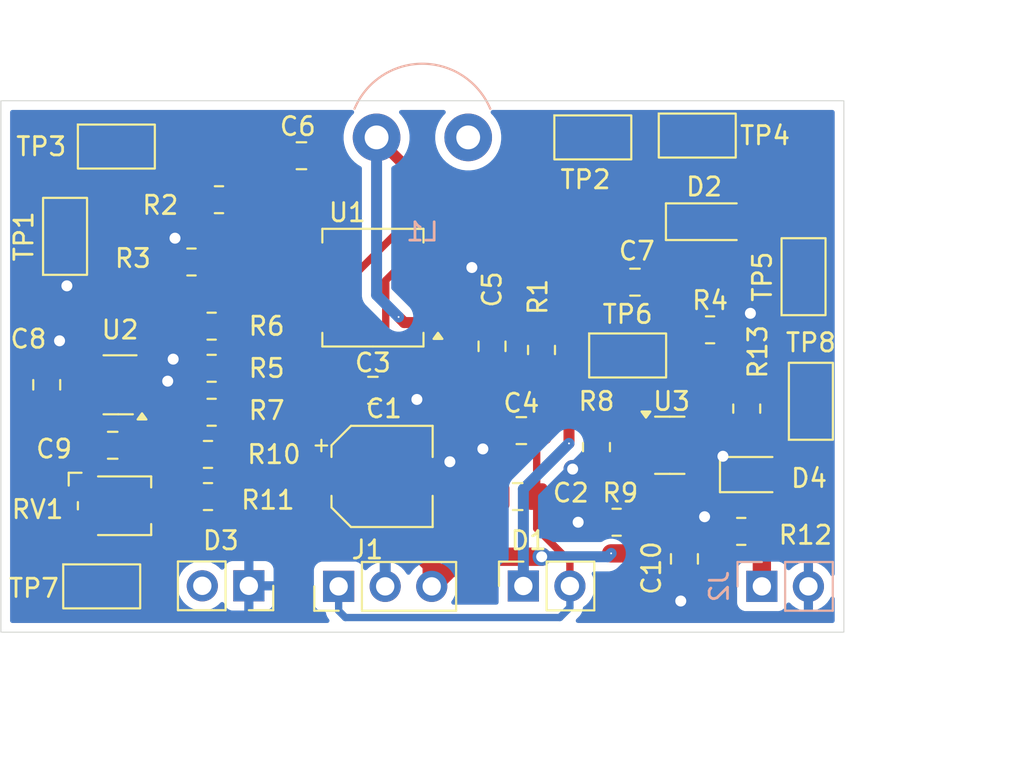
<source format=kicad_pcb>
(kicad_pcb (version 20241229) (generator "pcbnew") (generator_version "9.0")
  (layers (0 "F.Cu" signal) (2 "B.Cu" signal) (13 "F.Paste" user) (15 "B.Paste" user) (5 "F.SilkS" user "F.Silkscreen") (7 "B.SilkS" user "B.Silkscreen") (1 "F.Mask" user) (3 "B.Mask" user) (25 "Edge.Cuts" user))
  (net 0 "")
  (net 1 "VCC")
  (net 2 "GND")
  (net 3 "VEE")
  (net 4 "Net-(D1-K)")
  (net 5 "/V1u")
  (net 6 "Net-(C6-Pad1)")
  (net 7 "Net-(U2--)")
  (net 8 "Net-(D3-A)")
  (net 9 "/Vfr")
  (net 10 "Net-(U2-+)")
  (net 11 "Net-(R10-Pad2)")
  (net 12 "Net-(R10-Pad1)")
  (net 13 "/Vf")
  (net 14 "/Vref")
  (net 15 "/Va")
  (net 16 "Net-(D4-A)")
  (net 17 "Net-(U1B--)")
  (net 18 "Net-(D2-K)")
  (footprint "Connector_PinSocket_2.54mm:PinSocket_1x02_P2.54mm_Vertical" (layer "F.Cu") (at 63.53 76.47 -90)
    (property "Reference" "D3" (at -2.47 1.53 180) (layer "F.SilkS"))
    (property "Value" "DEL-5102")
    (fp_line (start -1.33 3.87) (end 1.33 3.87) (stroke (width 0.12)) (layer "F.SilkS"))
    (fp_line (start -1.33 1.27) (end -1.33 3.87) (stroke (width 0.12)) (layer "F.SilkS"))
    (fp_line (start -1.33 1.27) (end 1.33 1.27) (stroke (width 0.12)) (layer "F.SilkS"))
    (fp_line (start 1.33 1.27) (end 1.33 3.87) (stroke (width 0.12)) (layer "F.SilkS"))
    (fp_line (start 0 -1.33) (end 1.33 -1.33) (stroke (width 0.12)) (layer "F.SilkS"))
    (fp_line (start 1.33 -1.33) (end 1.33 0) (stroke (width 0.12)) (layer "F.SilkS"))
    (pad "1" thru_hole rect (at 0 0 270) (size 1.7 1.7) (drill 1) (layers "*.Cu" "*.Mask") (net 2 "GND"))
    (pad "2" thru_hole oval (at 0 2.54 270) (size 1.7 1.7) (drill 1) (layers "*.Cu" "*.Mask") (net 8 "Net-(D3-A)"))
  )
  (footprint "TestPoint:TestPoint_Keystone_5019_Miniature" (layer "F.Cu") (at 84.2 63.9)
    (property "Reference" "TP6" (at 0 -2.25 0) (layer "F.SilkS"))
    (property "Value" "Vref")
    (fp_rect (start -2.1 -1.2) (end 2.1 1.2) (stroke (width 0.12)) (fill no) (layer "F.SilkS"))
    (pad "1" smd roundrect (at 0 0) (size 3.8 2) (layers "F.Cu" "F.Mask" "F.Paste") (roundrect_rratio 0.125) (net 14 "/Vref"))
  )
  (footprint "Capacitor_SMD:C_0805_2012Metric_Pad1.18x1.45mm_HandSolder" (layer "F.Cu") (at 52.5 65.5 90)
    (property "Reference" "C8" (at 2.5 -1 180) (layer "F.SilkS"))
    (property "Value" "1n")
    (fp_line (start -0.261252 -0.735) (end 0.261252 -0.735) (stroke (width 0.12)) (layer "F.SilkS"))
    (fp_line (start -0.261252 0.735) (end 0.261252 0.735) (stroke (width 0.12)) (layer "F.SilkS"))
    (pad "1" smd roundrect (at -1.0375 0 90) (size 1.175 1.45) (layers "F.Cu" "F.Mask" "F.Paste") (roundrect_rratio 0.212766) (net 7 "Net-(U2--)"))
    (pad "2" smd roundrect (at 1.0375 0 90) (size 1.175 1.45) (layers "F.Cu" "F.Mask" "F.Paste") (roundrect_rratio 0.212766) (net 2 "GND"))
  )
  (footprint "Resistor_SMD:R_0805_2012Metric_Pad1.20x1.40mm_HandSolder" (layer "F.Cu") (at 60.4 58.8)
    (property "Reference" "R3" (at -3.2 -0.2 0) (layer "F.SilkS"))
    (property "Value" "10k")
    (fp_line (start -0.227064 -0.735) (end 0.227064 -0.735) (stroke (width 0.12)) (layer "F.SilkS"))
    (fp_line (start -0.227064 0.735) (end 0.227064 0.735) (stroke (width 0.12)) (layer "F.SilkS"))
    (pad "1" smd roundrect (at -1 0) (size 1.2 1.4) (layers "F.Cu" "F.Mask" "F.Paste") (roundrect_rratio 0.208333) (net 2 "GND"))
    (pad "2" smd roundrect (at 1 0) (size 1.2 1.4) (layers "F.Cu" "F.Mask" "F.Paste") (roundrect_rratio 0.208333) (net 17 "Net-(U1B--)"))
  )
  (footprint "Capacitor_SMD:C_0805_2012Metric_Pad1.18x1.45mm_HandSolder" (layer "F.Cu") (at 76.8 63.4 -90)
    (property "Reference" "C5" (at -3.1 0 90) (layer "F.SilkS"))
    (property "Value" "10p")
    (fp_line (start -0.261252 0.735) (end 0.261252 0.735) (stroke (width 0.12)) (layer "F.SilkS"))
    (fp_line (start -0.261252 -0.735) (end 0.261252 -0.735) (stroke (width 0.12)) (layer "F.SilkS"))
    (pad "1" smd roundrect (at -1.0375 0 270) (size 1.175 1.45) (layers "F.Cu" "F.Mask" "F.Paste") (roundrect_rratio 0.212766) (net 4 "Net-(D1-K)"))
    (pad "2" smd roundrect (at 1.0375 0 270) (size 1.175 1.45) (layers "F.Cu" "F.Mask" "F.Paste") (roundrect_rratio 0.212766) (net 5 "/V1u"))
  )
  (footprint "Package_SO:SOIC-8_5.3x6.2mm_P1.27mm" (layer "F.Cu") (at 70.3 60.2 180)
    (property "Reference" "U1" (at 1.4 4.1 0) (layer "F.SilkS"))
    (property "Value" "LM358SG-13")
    (fp_line (start 2.76 3.21) (end 2.76 2.465) (stroke (width 0.12)) (layer "F.SilkS"))
    (fp_line (start 2.76 -3.21) (end 2.76 -2.465) (stroke (width 0.12)) (layer "F.SilkS"))
    (fp_line (start 0 3.21) (end 2.76 3.21) (stroke (width 0.12)) (layer "F.SilkS"))
    (fp_line (start 0 3.21) (end -2.76 3.21) (stroke (width 0.12)) (layer "F.SilkS"))
    (fp_line (start 0 -3.21) (end 2.76 -3.21) (stroke (width 0.12)) (layer "F.SilkS"))
    (fp_line (start 0 -3.21) (end -2.76 -3.21) (stroke (width 0.12)) (layer "F.SilkS"))
    (fp_line (start -2.76 3.21) (end -2.76 2.465) (stroke (width 0.12)) (layer "F.SilkS"))
    (fp_line (start -2.76 -3.21) (end -2.76 -2.465) (stroke (width 0.12)) (layer "F.SilkS"))
    (fp_poly (pts (xy -3.55 -2.465) (xy -3.79 -2.795) (xy -3.31 -2.795) (xy -3.55 -2.465)) (stroke (width 0.12)) (fill yes) (layer "F.SilkS"))
    (pad "1" smd roundrect (at -3.5 -1.905 180) (size 1.9 0.6) (layers "F.Cu" "F.Mask" "F.Paste") (net 5 "/V1u"))
    (pad "2" smd roundrect (at -3.5 -0.635 180) (size 1.9 0.6) (layers "F.Cu" "F.Mask" "F.Paste") (net 4 "Net-(D1-K)"))
    (pad "3" smd roundrect (at -3.5 0.635 180) (size 1.9 0.6) (layers "F.Cu" "F.Mask" "F.Paste") (net 2 "GND"))
    (pad "4" smd roundrect (at -3.5 1.905 180) (size 1.9 0.6) (layers "F.Cu" "F.Mask" "F.Paste") (net 3 "VEE"))
    (pad "5" smd roundrect (at 3.5 1.905 180) (size 1.9 0.6) (layers "F.Cu" "F.Mask" "F.Paste") (net 13 "/Vf"))
    (pad "6" smd roundrect (at 3.5 0.635 180) (size 1.9 0.6) (layers "F.Cu" "F.Mask" "F.Paste") (net 17 "Net-(U1B--)"))
    (pad "7" smd roundrect (at 3.5 -0.635 180) (size 1.9 0.6) (layers "F.Cu" "F.Mask" "F.Paste") (net 15 "/Va"))
    (pad "8" smd roundrect (at 3.5 -1.905 180) (size 1.9 0.6) (layers "F.Cu" "F.Mask" "F.Paste") (net 1 "VCC"))
  )
  (footprint "Resistor_SMD:R_0805_2012Metric_Pad1.20x1.40mm_HandSolder" (layer "F.Cu") (at 61.5 62.3)
    (property "Reference" "R6" (at 3 0 0) (layer "F.SilkS"))
    (property "Value" "100k")
    (fp_line (start -0.227064 -0.735) (end 0.227064 -0.735) (stroke (width 0.12)) (layer "F.SilkS"))
    (fp_line (start -0.227064 0.735) (end 0.227064 0.735) (stroke (width 0.12)) (layer "F.SilkS"))
    (pad "1" smd roundrect (at -1 0) (size 1.2 1.4) (layers "F.Cu" "F.Mask" "F.Paste") (roundrect_rratio 0.208333) (net 10 "Net-(U2-+)"))
    (pad "2" smd roundrect (at 1 0) (size 1.2 1.4) (layers "F.Cu" "F.Mask" "F.Paste") (roundrect_rratio 0.208333) (net 1 "VCC"))
  )
  (footprint "Capacitor_SMD:C_0805_2012Metric_Pad1.18x1.45mm_HandSolder" (layer "F.Cu") (at 78.4 68)
    (property "Reference" "C4" (at 0 -1.5 0) (layer "F.SilkS"))
    (property "Value" "100n")
    (fp_line (start -0.261252 -0.735) (end 0.261252 -0.735) (stroke (width 0.12)) (layer "F.SilkS"))
    (fp_line (start -0.261252 0.735) (end 0.261252 0.735) (stroke (width 0.12)) (layer "F.SilkS"))
    (pad "1" smd roundrect (at -1.0375 0) (size 1.175 1.45) (layers "F.Cu" "F.Mask" "F.Paste") (roundrect_rratio 0.212766) (net 2 "GND"))
    (pad "2" smd roundrect (at 1.0375 0) (size 1.175 1.45) (layers "F.Cu" "F.Mask" "F.Paste") (roundrect_rratio 0.212766) (net 3 "VEE"))
  )
  (footprint "Capacitor_SMD:C_0805_2012Metric_Pad1.18x1.45mm_HandSolder" (layer "F.Cu") (at 70.3 65.8)
    (property "Reference" "C3" (at 0 -1.5 0) (layer "F.SilkS"))
    (property "Value" "100n")
    (fp_line (start -0.261252 -0.735) (end 0.261252 -0.735) (stroke (width 0.12)) (layer "F.SilkS"))
    (fp_line (start -0.261252 0.735) (end 0.261252 0.735) (stroke (width 0.12)) (layer "F.SilkS"))
    (pad "1" smd roundrect (at -1.0375 0) (size 1.175 1.45) (layers "F.Cu" "F.Mask" "F.Paste") (roundrect_rratio 0.212766) (net 1 "VCC"))
    (pad "2" smd roundrect (at 1.0375 0) (size 1.175 1.45) (layers "F.Cu" "F.Mask" "F.Paste") (roundrect_rratio 0.212766) (net 2 "GND"))
  )
  (footprint "Resistor_SMD:R_0805_2012Metric_Pad1.20x1.40mm_HandSolder" (layer "F.Cu") (at 83.6 73 180)
    (property "Reference" "R9" (at -0.2 1.6 180) (layer "F.SilkS"))
    (property "Value" "10k")
    (fp_line (start -0.227064 0.735) (end 0.227064 0.735) (stroke (width 0.12)) (layer "F.SilkS"))
    (fp_line (start -0.227064 -0.735) (end 0.227064 -0.735) (stroke (width 0.12)) (layer "F.SilkS"))
    (pad "1" smd roundrect (at -1 0 180) (size 1.2 1.4) (layers "F.Cu" "F.Mask" "F.Paste") (roundrect_rratio 0.208333) (net 14 "/Vref"))
    (pad "2" smd roundrect (at 1 0 180) (size 1.2 1.4) (layers "F.Cu" "F.Mask" "F.Paste") (roundrect_rratio 0.208333) (net 2 "GND"))
  )
  (footprint "Resistor_SMD:R_0805_2012Metric_Pad1.20x1.40mm_HandSolder" (layer "F.Cu") (at 88.7 62.5 180)
    (property "Reference" "R4" (at 0 1.6 0) (layer "F.SilkS"))
    (property "Value" "10k")
    (fp_line (start -0.227064 0.735) (end 0.227064 0.735) (stroke (width 0.12)) (layer "F.SilkS"))
    (fp_line (start -0.227064 -0.735) (end 0.227064 -0.735) (stroke (width 0.12)) (layer "F.SilkS"))
    (pad "1" smd roundrect (at -1 0 180) (size 1.2 1.4) (layers "F.Cu" "F.Mask" "F.Paste") (roundrect_rratio 0.208333) (net 2 "GND"))
    (pad "2" smd roundrect (at 1 0 180) (size 1.2 1.4) (layers "F.Cu" "F.Mask" "F.Paste") (roundrect_rratio 0.208333) (net 18 "Net-(D2-K)"))
  )
  (footprint "Resistor_SMD:R_0805_2012Metric_Pad1.20x1.40mm_HandSolder" (layer "F.Cu") (at 61.3 71.6 180)
    (property "Reference" "R11" (at -3.2675 -0.19 0) (layer "F.SilkS"))
    (property "Value" "330k")
    (fp_line (start -0.227064 0.735) (end 0.227064 0.735) (stroke (width 0.12)) (layer "F.SilkS"))
    (fp_line (start -0.227064 -0.735) (end 0.227064 -0.735) (stroke (width 0.12)) (layer "F.SilkS"))
    (pad "1" smd roundrect (at -1 0 180) (size 1.2 1.4) (layers "F.Cu" "F.Mask" "F.Paste") (roundrect_rratio 0.208333) (net 8 "Net-(D3-A)"))
    (pad "2" smd roundrect (at 1 0 180) (size 1.2 1.4) (layers "F.Cu" "F.Mask" "F.Paste") (roundrect_rratio 0.208333) (net 11 "Net-(R10-Pad2)"))
  )
  (footprint "Package_TO_SOT_SMD:SOT-23-5" (layer "F.Cu") (at 86.5 68.8)
    (property "Reference" "U3" (at 0.1 -2.4 180) (layer "F.SilkS"))
    (property "Value" "LMV331W5-7")
    (fp_line (start 0 -1.56) (end -0.8 -1.56) (stroke (width 0.12)) (layer "F.SilkS"))
    (fp_line (start 0 -1.56) (end 0.8 -1.56) (stroke (width 0.12)) (layer "F.SilkS"))
    (fp_line (start 0 1.56) (end -0.8 1.56) (stroke (width 0.12)) (layer "F.SilkS"))
    (fp_line (start 0 1.56) (end 0.8 1.56) (stroke (width 0.12)) (layer "F.SilkS"))
    (fp_poly (pts (xy -1.3 -1.51) (xy -1.54 -1.84) (xy -1.06 -1.84) (xy -1.3 -1.51)) (stroke (width 0.12)) (fill yes) (layer "F.SilkS"))
    (pad "1" smd roundrect (at -1.1375 -0.95) (size 1.325 0.6) (layers "F.Cu" "F.Mask" "F.Paste") (net 18 "Net-(D2-K)"))
    (pad "2" smd roundrect (at -1.1375 0) (size 1.325 0.6) (layers "F.Cu" "F.Mask" "F.Paste") (net 2 "GND"))
    (pad "3" smd roundrect (at -1.1375 0.95) (size 1.325 0.6) (layers "F.Cu" "F.Mask" "F.Paste") (net 14 "/Vref"))
    (pad "4" smd roundrect (at 1.1375 0.95) (size 1.325 0.6) (layers "F.Cu" "F.Mask" "F.Paste") (net 9 "/Vfr"))
    (pad "5" smd roundrect (at 1.1375 -0.95) (size 1.325 0.6) (layers "F.Cu" "F.Mask" "F.Paste") (net 1 "VCC"))
  )
  (footprint "Resistor_SMD:R_0805_2012Metric_Pad1.20x1.40mm_HandSolder" (layer "F.Cu") (at 90.4 73.5 180)
    (property "Reference" "R12" (at -3.5 -0.2 0) (layer "F.SilkS"))
    (property "Value" "330k")
    (fp_line (start -0.227064 0.735) (end 0.227064 0.735) (stroke (width 0.12)) (layer "F.SilkS"))
    (fp_line (start -0.227064 -0.735) (end 0.227064 -0.735) (stroke (width 0.12)) (layer "F.SilkS"))
    (pad "1" smd roundrect (at -1 0 180) (size 1.2 1.4) (layers "F.Cu" "F.Mask" "F.Paste") (roundrect_rratio 0.208333) (net 9 "/Vfr"))
    (pad "2" smd roundrect (at 1 0 180) (size 1.2 1.4) (layers "F.Cu" "F.Mask" "F.Paste") (roundrect_rratio 0.208333) (net 2 "GND"))
  )
  (footprint "Capacitor_SMD:CP_Elec_5x5.4" (layer "F.Cu") (at 70.8 70.5)
    (property "Reference" "C1" (at 0.1 -3.7 0) (layer "F.SilkS"))
    (property "Value" "47u")
    (fp_line (start -3.625 -1.685) (end -3 -1.685) (stroke (width 0.12)) (layer "F.SilkS"))
    (fp_line (start -3.3125 -1.9975) (end -3.3125 -1.3725) (stroke (width 0.12)) (layer "F.SilkS"))
    (fp_line (start -2.76 -1.695563) (end -2.76 -1.06) (stroke (width 0.12)) (layer "F.SilkS"))
    (fp_line (start -2.76 -1.695563) (end -1.695563 -2.76) (stroke (width 0.12)) (layer "F.SilkS"))
    (fp_line (start -2.76 1.695563) (end -2.76 1.06) (stroke (width 0.12)) (layer "F.SilkS"))
    (fp_line (start -2.76 1.695563) (end -1.695563 2.76) (stroke (width 0.12)) (layer "F.SilkS"))
    (fp_line (start -1.695563 -2.76) (end 2.76 -2.76) (stroke (width 0.12)) (layer "F.SilkS"))
    (fp_line (start -1.695563 2.76) (end 2.76 2.76) (stroke (width 0.12)) (layer "F.SilkS"))
    (fp_line (start 2.76 -2.76) (end 2.76 -1.06) (stroke (width 0.12)) (layer "F.SilkS"))
    (fp_line (start 2.76 2.76) (end 2.76 1.06) (stroke (width 0.12)) (layer "F.SilkS"))
    (pad "1" smd roundrect (at -2.2 0) (size 3 1.6) (layers "F.Cu" "F.Mask" "F.Paste") (roundrect_rratio 0.15625) (net 1 "VCC"))
    (pad "2" smd roundrect (at 2.2 0) (size 3 1.6) (layers "F.Cu" "F.Mask" "F.Paste") (roundrect_rratio 0.15625) (net 2 "GND"))
  )
  (footprint "Resistor_SMD:R_0805_2012Metric_Pad1.20x1.40mm_HandSolder" (layer "F.Cu") (at 61.3 69.3)
    (property "Reference" "R10" (at 3.6 0 0) (layer "F.SilkS"))
    (property "Value" "51k")
    (fp_line (start -0.227064 -0.735) (end 0.227064 -0.735) (stroke (width 0.12)) (layer "F.SilkS"))
    (fp_line (start -0.227064 0.735) (end 0.227064 0.735) (stroke (width 0.12)) (layer "F.SilkS"))
    (pad "1" smd roundrect (at -1 0) (size 1.2 1.4) (layers "F.Cu" "F.Mask" "F.Paste") (roundrect_rratio 0.208333) (net 12 "Net-(R10-Pad1)"))
    (pad "2" smd roundrect (at 1 0) (size 1.2 1.4) (layers "F.Cu" "F.Mask" "F.Paste") (roundrect_rratio 0.208333) (net 11 "Net-(R10-Pad2)"))
  )
  (footprint "Capacitor_SMD:C_0805_2012Metric_Pad1.18x1.45mm_HandSolder" (layer "F.Cu") (at 56.1 68.8 180)
    (property "Reference" "C9" (at 3.2 -0.2 0) (layer "F.SilkS"))
    (property "Value" "100n")
    (fp_line (start -0.261252 0.735) (end 0.261252 0.735) (stroke (width 0.12)) (layer "F.SilkS"))
    (fp_line (start -0.261252 -0.735) (end 0.261252 -0.735) (stroke (width 0.12)) (layer "F.SilkS"))
    (pad "1" smd roundrect (at -1.0375 0 180) (size 1.175 1.45) (layers "F.Cu" "F.Mask" "F.Paste") (roundrect_rratio 0.212766) (net 2 "GND"))
    (pad "2" smd roundrect (at 1.0375 0 180) (size 1.175 1.45) (layers "F.Cu" "F.Mask" "F.Paste") (roundrect_rratio 0.212766) (net 1 "VCC"))
  )
  (footprint "TestPoint:TestPoint_Keystone_5019_Miniature" (layer "F.Cu") (at 82.3 52)
    (property "Reference" "TP2" (at -0.4 2.3 180) (layer "F.SilkS"))
    (property "Value" "V1u")
    (fp_rect (start -2.1 -1.2) (end 2.1 1.2) (stroke (width 0.12)) (fill no) (layer "F.SilkS"))
    (pad "1" smd roundrect (at 0 0) (size 3.8 2) (layers "F.Cu" "F.Mask" "F.Paste") (roundrect_rratio 0.125) (net 5 "/V1u"))
  )
  (footprint "Resistor_SMD:R_0805_2012Metric_Pad1.20x1.40mm_HandSolder" (layer "F.Cu") (at 61.5 67 180)
    (property "Reference" "R7" (at -3 0.1 0) (layer "F.SilkS"))
    (property "Value" "100k")
    (fp_line (start -0.227064 0.735) (end 0.227064 0.735) (stroke (width 0.12)) (layer "F.SilkS"))
    (fp_line (start -0.227064 -0.735) (end 0.227064 -0.735) (stroke (width 0.12)) (layer "F.SilkS"))
    (pad "1" smd roundrect (at -1 0 180) (size 1.2 1.4) (layers "F.Cu" "F.Mask" "F.Paste") (roundrect_rratio 0.208333) (net 10 "Net-(U2-+)"))
    (pad "2" smd roundrect (at 1 0 180) (size 1.2 1.4) (layers "F.Cu" "F.Mask" "F.Paste") (roundrect_rratio 0.208333) (net 11 "Net-(R10-Pad2)"))
  )
  (footprint "Connector_PinHeader_2.54mm:PinHeader_1x03_P2.54mm_Vertical" (layer "F.Cu") (at 68.43 76.5 90)
    (property "Reference" "J1" (at 2 1.57 180) (layer "F.SilkS"))
    (property "Value" "Alimentation")
    (fp_line (start -1.33 -1.33) (end 0 -1.33) (stroke (width 0.12)) (layer "F.SilkS"))
    (fp_line (start -1.33 0) (end -1.33 -1.33) (stroke (width 0.12)) (layer "F.SilkS"))
    (fp_line (start 1.33 1.27) (end 1.33 6.41) (stroke (width 0.12)) (layer "F.SilkS"))
    (fp_line (start -1.33 1.27) (end 1.33 1.27) (stroke (width 0.12)) (layer "F.SilkS"))
    (fp_line (start -1.33 1.27) (end -1.33 6.41) (stroke (width 0.12)) (layer "F.SilkS"))
    (fp_line (start -1.33 6.41) (end 1.33 6.41) (stroke (width 0.12)) (layer "F.SilkS"))
    (pad "1" thru_hole rect (at 0 0 90) (size 1.7 1.7) (drill 1) (layers "*.Cu" "*.Mask") (net 3 "VEE"))
    (pad "2" thru_hole oval (at 0 2.54 90) (size 1.7 1.7) (drill 1) (layers "*.Cu" "*.Mask") (net 2 "GND"))
    (pad "3" thru_hole oval (at 0 5.08 90) (size 1.7 1.7) (drill 1) (layers "*.Cu" "*.Mask") (net 1 "VCC"))
  )
  (footprint "Resistor_SMD:R_0805_2012Metric_Pad1.20x1.40mm_HandSolder" (layer "F.Cu") (at 61.9 55.4)
    (property "Reference" "R2" (at -3.2 0.3 0) (layer "F.SilkS"))
    (property "Value" "100k")
    (fp_line (start -0.227064 -0.735) (end 0.227064 -0.735) (stroke (width 0.12)) (layer "F.SilkS"))
    (fp_line (start -0.227064 0.735) (end 0.227064 0.735) (stroke (width 0.12)) (layer "F.SilkS"))
    (pad "1" smd roundrect (at -1 0) (size 1.2 1.4) (layers "F.Cu" "F.Mask" "F.Paste") (roundrect_rratio 0.208333) (net 2 "GND"))
    (pad "2" smd roundrect (at 1 0) (size 1.2 1.4) (layers "F.Cu" "F.Mask" "F.Paste") (roundrect_rratio 0.208333) (net 13 "/Vf"))
  )
  (footprint "LED_SMD:LED_0805_2012Metric_Pad1.15x1.40mm_HandSolder" (layer "F.Cu") (at 91.1 70.4)
    (property "Reference" "D4" (at 3 0.2 0) (layer "F.SilkS"))
    (property "Value" "LED rouge")
    (fp_line (start -1.86 -0.96) (end -1.86 0.96) (stroke (width 0.12)) (layer "F.SilkS"))
    (fp_line (start -1.86 0.96) (end 1 0.96) (stroke (width 0.12)) (layer "F.SilkS"))
    (fp_line (start 1 -0.96) (end -1.86 -0.96) (stroke (width 0.12)) (layer "F.SilkS"))
    (pad "1" smd roundrect (at -1.025 0) (size 1.15 1.4) (layers "F.Cu" "F.Mask" "F.Paste") (roundrect_rratio 0.217391) (net 2 "GND"))
    (pad "2" smd roundrect (at 1.025 0) (size 1.15 1.4) (layers "F.Cu" "F.Mask" "F.Paste") (roundrect_rratio 0.217391) (net 16 "Net-(D4-A)"))
  )
  (footprint "TestPoint:TestPoint_Keystone_5019_Miniature" (layer "F.Cu") (at 88 51.9)
    (property "Reference" "TP4" (at 3.7 0 0) (layer "F.SilkS"))
    (property "Value" "Va")
    (fp_rect (start -2.1 -1.2) (end 2.1 1.2) (stroke (width 0.12)) (fill no) (layer "F.SilkS"))
    (pad "1" smd roundrect (at 0 0) (size 3.8 2) (layers "F.Cu" "F.Mask" "F.Paste") (roundrect_rratio 0.125) (net 15 "/Va"))
  )
  (footprint "Potentiometer_SMD:Potentiometer_Bourns_TC33X_Vertical" (layer "F.Cu") (at 56.3 72.1)
    (property "Reference" "RV1" (at -4.3 0.2 0) (layer "F.SilkS"))
    (property "Value" "10k")
    (fp_line (start -2.6 -1.8) (end -2.6 -1.1) (stroke (width 0.12)) (layer "F.SilkS"))
    (fp_line (start -2.1 -0.2) (end -2.1 0.2) (stroke (width 0.12)) (layer "F.SilkS"))
    (fp_line (start -1.9 -1.8) (end -2.6 -1.8) (stroke (width 0.12)) (layer "F.SilkS"))
    (fp_line (start -1 -1.6) (end 1.9 -1.6) (stroke (width 0.12)) (layer "F.SilkS"))
    (fp_line (start -1 1.6) (end 1.9 1.6) (stroke (width 0.12)) (layer "F.SilkS"))
    (fp_line (start 1.9 -1.6) (end 1.9 -1) (stroke (width 0.12)) (layer "F.SilkS"))
    (fp_line (start 1.9 1.6) (end 1.9 1) (stroke (width 0.12)) (layer "F.SilkS"))
    (pad "1" smd rect (at -1.8 -1) (size 1.2 1.2) (layers "F.Cu" "F.Mask" "F.Paste") (net 7 "Net-(U2--)"))
    (pad "2" smd rect (at 1.45 0) (size 1.5 1.6) (layers "F.Cu" "F.Mask" "F.Paste") (net 12 "Net-(R10-Pad1)"))
    (pad "3" smd rect (at -1.8 1) (size 1.2 1.2) (layers "F.Cu" "F.Mask" "F.Paste") (net 12 "Net-(R10-Pad1)"))
  )
  (footprint "Capacitor_SMD:C_0805_2012Metric_Pad1.18x1.45mm_HandSolder" (layer "F.Cu") (at 84.6 59.9 180)
    (property "Reference" "C7" (at -0.1 1.7 0) (layer "F.SilkS"))
    (property "Value" "10n")
    (fp_line (start -0.261252 0.735) (end 0.261252 0.735) (stroke (width 0.12)) (layer "F.SilkS"))
    (fp_line (start -0.261252 -0.735) (end 0.261252 -0.735) (stroke (width 0.12)) (layer "F.SilkS"))
    (pad "1" smd roundrect (at -1.0375 0 180) (size 1.175 1.45) (layers "F.Cu" "F.Mask" "F.Paste") (roundrect_rratio 0.212766) (net 2 "GND"))
    (pad "2" smd roundrect (at 1.0375 0 180) (size 1.175 1.45) (layers "F.Cu" "F.Mask" "F.Paste") (roundrect_rratio 0.212766) (net 18 "Net-(D2-K)"))
  )
  (footprint "Resistor_SMD:R_0805_2012Metric_Pad1.20x1.40mm_HandSolder" (layer "F.Cu") (at 79.5 63.6 -90)
    (property "Reference" "R1" (at -2.9 0.2 90) (layer "F.SilkS"))
    (property "Value" "100k")
    (fp_line (start -0.227064 0.735) (end 0.227064 0.735) (stroke (width 0.12)) (layer "F.SilkS"))
    (fp_line (start -0.227064 -0.735) (end 0.227064 -0.735) (stroke (width 0.12)) (layer "F.SilkS"))
    (pad "1" smd roundrect (at -1 0 270) (size 1.2 1.4) (layers "F.Cu" "F.Mask" "F.Paste") (roundrect_rratio 0.208333) (net 4 "Net-(D1-K)"))
    (pad "2" smd roundrect (at 1 0 270) (size 1.2 1.4) (layers "F.Cu" "F.Mask" "F.Paste") (roundrect_rratio 0.208333) (net 5 "/V1u"))
  )
  (footprint "TestPoint:TestPoint_Keystone_5019_Miniature" (layer "F.Cu") (at 93.8 59.6 90)
    (property "Reference" "TP5" (at 0 -2.25 90) (layer "F.SilkS"))
    (property "Value" "Vd")
    (fp_rect (start -2.1 -1.2) (end 2.1 1.2) (stroke (width 0.12)) (fill no) (layer "F.SilkS"))
    (pad "1" smd roundrect (at 0 0 90) (size 3.8 2) (layers "F.Cu" "F.Mask" "F.Paste") (roundrect_rratio 0.125) (net 18 "Net-(D2-K)"))
  )
  (footprint "Diode_SMD:D_SOD-123F" (layer "F.Cu") (at 88.5 56.6)
    (property "Reference" "D2" (at -0.127 -1.905 0) (layer "F.SilkS"))
    (property "Value" "1N4148W")
    (fp_line (start -2.21 -1) (end -2.21 1) (stroke (width 0.12)) (layer "F.SilkS"))
    (fp_line (start -2.21 -1) (end 1.65 -1) (stroke (width 0.12)) (layer "F.SilkS"))
    (fp_line (start -2.21 1) (end 1.65 1) (stroke (width 0.12)) (layer "F.SilkS"))
    (pad "1" smd roundrect (at -1.4 0) (size 1.1 1.1) (layers "F.Cu" "F.Mask" "F.Paste") (roundrect_rratio 0.2272727273) (net 18 "Net-(D2-K)"))
    (pad "2" smd roundrect (at 1.4 0) (size 1.1 1.1) (layers "F.Cu" "F.Mask" "F.Paste") (roundrect_rratio 0.2272727273) (net 15 "/Va"))
  )
  (footprint "Resistor_SMD:R_0805_2012Metric_Pad1.20x1.40mm_HandSolder" (layer "F.Cu") (at 90.7 66.8 90)
    (property "Reference" "R13" (at 3.1 0.6 90) (layer "F.SilkS"))
    (property "Value" "330k")
    (fp_line (start -0.227064 -0.735) (end 0.227064 -0.735) (stroke (width 0.12)) (layer "F.SilkS"))
    (fp_line (start -0.227064 0.735) (end 0.227064 0.735) (stroke (width 0.12)) (layer "F.SilkS"))
    (pad "1" smd roundrect (at -1 0 90) (size 1.2 1.4) (layers "F.Cu" "F.Mask" "F.Paste") (roundrect_rratio 0.208333) (net 16 "Net-(D4-A)"))
    (pad "2" smd roundrect (at 1 0 90) (size 1.2 1.4) (layers "F.Cu" "F.Mask" "F.Paste") (roundrect_rratio 0.208333) (net 9 "/Vfr"))
  )
  (footprint "Resistor_SMD:R_0805_2012Metric_Pad1.20x1.40mm_HandSolder" (layer "F.Cu") (at 82.5 68.9 -90)
    (property "Reference" "R8" (at -2.5 0 0) (layer "F.SilkS"))
    (property "Value" "100k")
    (fp_line (start -0.227064 0.735) (end 0.227064 0.735) (stroke (width 0.12)) (layer "F.SilkS"))
    (fp_line (start -0.227064 -0.735) (end 0.227064 -0.735) (stroke (width 0.12)) (layer "F.SilkS"))
    (pad "1" smd roundrect (at -1 0 270) (size 1.2 1.4) (layers "F.Cu" "F.Mask" "F.Paste") (roundrect_rratio 0.208333) (net 14 "/Vref"))
    (pad "2" smd roundrect (at 1 0 270) (size 1.2 1.4) (layers "F.Cu" "F.Mask" "F.Paste") (roundrect_rratio 0.208333) (net 2 "GND"))
  )
  (footprint "Capacitor_SMD:C_0805_2012Metric_Pad1.18x1.45mm_HandSolder" (layer "F.Cu") (at 87.3 75 90)
    (property "Reference" "C10" (at -0.5 -1.8 90) (layer "F.SilkS"))
    (property "Value" "100n")
    (fp_line (start -0.261252 -0.735) (end 0.261252 -0.735) (stroke (width 0.12)) (layer "F.SilkS"))
    (fp_line (start -0.261252 0.735) (end 0.261252 0.735) (stroke (width 0.12)) (layer "F.SilkS"))
    (pad "1" smd roundrect (at -1.0375 0 90) (size 1.175 1.45) (layers "F.Cu" "F.Mask" "F.Paste") (roundrect_rratio 0.212766) (net 2 "GND"))
    (pad "2" smd roundrect (at 1.0375 0 90) (size 1.175 1.45) (layers "F.Cu" "F.Mask" "F.Paste") (roundrect_rratio 0.212766) (net 1 "VCC"))
  )
  (footprint "Resistor_SMD:R_0805_2012Metric_Pad1.20x1.40mm_HandSolder" (layer "F.Cu") (at 61.5 64.6)
    (property "Reference" "R5" (at 3 0 0) (layer "F.SilkS"))
    (property "Value" "100k")
    (fp_line (start -0.227064 -0.735) (end 0.227064 -0.735) (stroke (width 0.12)) (layer "F.SilkS"))
    (fp_line (start -0.227064 0.735) (end 0.227064 0.735) (stroke (width 0.12)) (layer "F.SilkS"))
    (pad "1" smd roundrect (at -1 0) (size 1.2 1.4) (layers "F.Cu" "F.Mask" "F.Paste") (roundrect_rratio 0.208333) (net 2 "GND"))
    (pad "2" smd roundrect (at 1 0) (size 1.2 1.4) (layers "F.Cu" "F.Mask" "F.Paste") (roundrect_rratio 0.208333) (net 10 "Net-(U2-+)"))
  )
  (footprint "Package_TO_SOT_SMD:SOT-23-5_HandSoldering" (layer "F.Cu") (at 56.5 65.5 180)
    (property "Reference" "U2" (at 0 3 0) (layer "F.SilkS"))
    (property "Value" "MCP6561T-E/OT")
    (fp_line (start 0.1 -1.61) (end 0.9 -1.61) (stroke (width 0.12)) (layer "F.SilkS"))
    (fp_line (start 0.1 -1.61) (end -0.7 -1.61) (stroke (width 0.12)) (layer "F.SilkS"))
    (fp_line (start -0.9 1.61) (end 0.9 1.61) (stroke (width 0.12)) (layer "F.SilkS"))
    (fp_poly (pts (xy -1.2 -1.56) (xy -1.44 -1.89) (xy -0.96 -1.89) (xy -1.2 -1.56)) (stroke (width 0.12)) (fill yes) (layer "F.SilkS"))
    (pad "1" smd roundrect (at -1.35 -0.95 180) (size 1.56 0.65) (layers "F.Cu" "F.Mask" "F.Paste") (net 11 "Net-(R10-Pad2)"))
    (pad "2" smd roundrect (at -1.35 0 180) (size 1.56 0.65) (layers "F.Cu" "F.Mask" "F.Paste") (net 2 "GND"))
    (pad "3" smd roundrect (at -1.35 0.95 180) (size 1.56 0.65) (layers "F.Cu" "F.Mask" "F.Paste") (net 10 "Net-(U2-+)"))
    (pad "4" smd roundrect (at 1.35 0.95 180) (size 1.56 0.65) (layers "F.Cu" "F.Mask" "F.Paste") (net 7 "Net-(U2--)"))
    (pad "5" smd roundrect (at 1.35 -0.95 180) (size 1.56 0.65) (layers "F.Cu" "F.Mask" "F.Paste") (net 1 "VCC"))
  )
  (footprint "Connector_PinSocket_2.54mm:PinSocket_1x02_P2.54mm_Vertical" (layer "F.Cu") (at 78.51 76.48 90)
    (property "Reference" "D1" (at 2.48 0.29 180) (layer "F.SilkS"))
    (property "Value" "SFH203FA")
    (fp_line (start 1.33 -1.33) (end 1.33 0) (stroke (width 0.12)) (layer "F.SilkS"))
    (fp_line (start 0 -1.33) (end 1.33 -1.33) (stroke (width 0.12)) (layer "F.SilkS"))
    (fp_line (start 1.33 1.27) (end 1.33 3.87) (stroke (width 0.12)) (layer "F.SilkS"))
    (fp_line (start -1.33 1.27) (end 1.33 1.27) (stroke (width 0.12)) (layer "F.SilkS"))
    (fp_line (start -1.33 1.27) (end -1.33 3.87) (stroke (width 0.12)) (layer "F.SilkS"))
    (fp_line (start -1.33 3.87) (end 1.33 3.87) (stroke (width 0.12)) (layer "F.SilkS"))
    (pad "1" thru_hole rect (at 0 0 90) (size 1.7 1.7) (drill 1) (layers "*.Cu" "*.Mask") (net 4 "Net-(D1-K)"))
    (pad "2" thru_hole oval (at 0 2.54 90) (size 1.7 1.7) (drill 1) (layers "*.Cu" "*.Mask") (net 3 "VEE"))
  )
  (footprint "TestPoint:TestPoint_Keystone_5019_Miniature" (layer "F.Cu") (at 53.5 57.4 90)
    (property "Reference" "TP1" (at 0 -2.25 90) (layer "F.SilkS"))
    (property "Value" "GND")
    (fp_rect (start -2.1 -1.2) (end 2.1 1.2) (stroke (width 0.12)) (fill no) (layer "F.SilkS"))
    (pad "1" smd roundrect (at 0 0 90) (size 3.8 2) (layers "F.Cu" "F.Mask" "F.Paste") (roundrect_rratio 0.125) (net 2 "GND"))
  )
  (footprint "TestPoint:TestPoint_Keystone_5019_Miniature" (layer "F.Cu") (at 94.2 66.4 90)
    (property "Reference" "TP8" (at 3.2 0 180) (layer "F.SilkS"))
    (property "Value" "Vfr")
    (fp_rect (start -2.1 -1.2) (end 2.1 1.2) (stroke (width 0.12)) (fill no) (layer "F.SilkS"))
    (pad "1" smd roundrect (at 0 0 90) (size 3.8 2) (layers "F.Cu" "F.Mask" "F.Paste") (roundrect_rratio 0.125) (net 9 "/Vfr"))
  )
  (footprint "TestPoint:TestPoint_Keystone_5019_Miniature" (layer "F.Cu") (at 55.5 76.5)
    (property "Reference" "TP7" (at -3.7 0.1 0) (layer "F.SilkS"))
    (property "Value" "Vast")
    (fp_rect (start -2.1 -1.2) (end 2.1 1.2) (stroke (width 0.12)) (fill no) (layer "F.SilkS"))
    (pad "1" smd roundrect (at 0 0) (size 3.8 2) (layers "F.Cu" "F.Mask" "F.Paste") (roundrect_rratio 0.125) (net 11 "Net-(R10-Pad2)"))
  )
  (footprint "Capacitor_SMD:C_0805_2012Metric_Pad1.18x1.45mm_HandSolder" (layer "F.Cu") (at 66.4 53 180)
    (property "Reference" "C6" (at 0.2 1.6 0) (layer "F.SilkS"))
    (property "Value" "10n")
    (fp_line (start -0.261252 0.735) (end 0.261252 0.735) (stroke (width 0.12)) (layer "F.SilkS"))
    (fp_line (start -0.261252 -0.735) (end 0.261252 -0.735) (stroke (width 0.12)) (layer "F.SilkS"))
    (pad "1" smd roundrect (at -1.0375 0 180) (size 1.175 1.45) (layers "F.Cu" "F.Mask" "F.Paste") (roundrect_rratio 0.212766) (net 6 "Net-(C6-Pad1)"))
    (pad "2" smd roundrect (at 1.0375 0 180) (size 1.175 1.45) (layers "F.Cu" "F.Mask" "F.Paste") (roundrect_rratio 0.212766) (net 13 "/Vf"))
  )
  (footprint "Capacitor_SMD:C_0805_2012Metric_Pad1.18x1.45mm_HandSolder" (layer "F.Cu") (at 78.2 71.6)
    (property "Reference" "C2" (at 2.9 -0.2 0) (layer "F.SilkS"))
    (property "Value" "10u")
    (fp_line (start -0.261252 -0.735) (end 0.261252 -0.735) (stroke (width 0.12)) (layer "F.SilkS"))
    (fp_line (start -0.261252 0.735) (end 0.261252 0.735) (stroke (width 0.12)) (layer "F.SilkS"))
    (pad "1" smd roundrect (at -1.0375 0) (size 1.175 1.45) (layers "F.Cu" "F.Mask" "F.Paste") (roundrect_rratio 0.212766) (net 2 "GND"))
    (pad "2" smd roundrect (at 1.0375 0) (size 1.175 1.45) (layers "F.Cu" "F.Mask" "F.Paste") (roundrect_rratio 0.212766) (net 3 "VEE"))
  )
  (footprint "TestPoint:TestPoint_Keystone_5019_Miniature" (layer "F.Cu") (at 56.3 52.5)
    (property "Reference" "TP3" (at -4.1 0 0) (layer "F.SilkS"))
    (property "Value" "Vf")
    (fp_rect (start -2.1 -1.2) (end 2.1 1.2) (stroke (width 0.12)) (fill no) (layer "F.SilkS"))
    (pad "1" smd roundrect (at 0 0) (size 3.8 2) (layers "F.Cu" "F.Mask" "F.Paste") (roundrect_rratio 0.125) (net 13 "/Vf"))
  )
  (footprint "Connector_PinHeader_2.54mm:PinHeader_1x02_P2.54mm_Vertical" (layer "B.Cu") (at 91.525 76.5 -90)
    (property "Reference" "J2" (at 0 2.33 90) (layer "B.SilkS") (effects (justify mirror)))
    (property "Value" "Sortie")
    (fp_line (start -1.33 1.33) (end 0 1.33) (stroke (width 0.12)) (layer "B.SilkS"))
    (fp_line (start -1.33 0) (end -1.33 1.33) (stroke (width 0.12)) (layer "B.SilkS"))
    (fp_line (start -1.33 -1.27) (end 1.33 -1.27) (stroke (width 0.12)) (layer "B.SilkS"))
    (fp_line (start -1.33 -1.27) (end -1.33 -3.87) (stroke (width 0.12)) (layer "B.SilkS"))
    (fp_line (start 1.33 -1.27) (end 1.33 -3.87) (stroke (width 0.12)) (layer "B.SilkS"))
    (fp_line (start -1.33 -3.87) (end 1.33 -3.87) (stroke (width 0.12)) (layer "B.SilkS"))
    (pad "1" thru_hole rect (at 0 0 270) (size 1.7 1.7) (drill 1) (layers "*.Cu" "*.Mask") (net 9 "/Vfr"))
    (pad "2" thru_hole oval (at 0 -2.54 270) (size 1.7 1.7) (drill 1) (layers "*.Cu" "*.Mask") (net 2 "GND"))
  )
  (footprint "Inductor_THT:L_Radial_D7.8mm_P5.00mm_Fastron_07HCP" (layer "B.Cu") (at 70.5 52)
    (property "Reference" "L1" (at 2.5 5.15 180) (layer "B.SilkS") (effects (justify mirror)))
    (property "Value" "22m")
    (fp_arc (start -1.20497 -1.56) (mid 2.5 -4.02) (end 6.20497 -1.56) (stroke (width 0.12)) (layer "B.SilkS"))
    (pad "1" thru_hole circle (at 0 0) (size 2.6 2.6) (drill 1.3) (layers "*.Cu" "*.Mask") (net 5 "/V1u"))
    (pad "2" thru_hole circle (at 5 0) (size 2.6 2.6) (drill 1.3) (layers "*.Cu" "*.Mask") (net 6 "Net-(C6-Pad1)"))
  )
  (gr_rect (start 50 50) (end 96 79) (stroke (width 0.05)) (fill no) (layer "Edge.Cuts"))
  (segment (start 86.574 68.9135) (end 87.6375 67.85) (width 0.4) (layer "F.Cu") (net 1))
  (segment (start 73.51 76.5) (end 73.51 75.31) (width 1) (layer "F.Cu") (net 1))
  (segment (start 66.8 62.105) (end 64.9 64.005) (width 0.4) (layer "F.Cu") (net 1))
  (segment (start 62.5 62.3) (end 62.5 62.148156) (width 0.4) (layer "F.Cu") (net 1))
  (segment (start 64.9 64.6) (end 62.6 62.3) (width 1) (layer "F.Cu") (net 1))
  (segment (start 61.250844 60.899) (end 59.401 60.899) (width 1) (layer "F.Cu") (net 1))
  (segment (start 86.574 73.2365) (end 86.574 68.9135) (width 0.4) (layer "F.Cu") (net 1))
  (segment (start 62.5 62.148156) (end 61.250844 60.899) (width 1) (layer "F.Cu") (net 1))
  (segment (start 75.127209 74.882791) (end 79.51 74.882791) (width 1) (layer "F.Cu") (net 1))
  (segment (start 56.424 66.45) (end 56.574 66.3) (width 0.4) (layer "F.Cu") (net 1))
  (segment (start 56.574 66.3) (end 56.574 67.3885) (width 0.4) (layer "F.Cu") (net 1))
  (segment (start 68.6 70.5) (end 68 70.5) (width 1) (layer "F.Cu") (net 1))
  (segment (start 69.2625 65.4) (end 69.2625 64.5675) (width 0.4) (layer "F.Cu") (net 1))
  (segment (start 68 70.5) (end 64.9 67.4) (width 1) (layer "F.Cu") (net 1))
  (segment (start 73.51 75.31) (end 69.4 71.2) (width 1) (layer "F.Cu") (net 1))
  (segment (start 64.9 64.005) (end 64.9 64.6) (width 0.4) (layer "F.Cu") (net 1))
  (segment (start 56.574 67.3885) (end 56.474 67.3885) (width 0.4) (layer "F.Cu") (net 1))
  (segment (start 64.9 67.4) (end 64.9 64.6) (width 1) (layer "F.Cu") (net 1))
  (segment (start 59.401 60.899) (end 56.574 63.726) (width 1) (layer "F.Cu") (net 1))
  (segment (start 56.474 67.3885) (end 55.0625 68.8) (width 0.4) (layer "F.Cu") (net 1))
  (segment (start 86.5625 74.7) (end 87.3 73.9625) (width 1) (layer "F.Cu") (net 1))
  (segment (start 55.15 66.45) (end 56.424 66.45) (width 0.4) (layer "F.Cu") (net 1))
  (segment (start 87.3 73.9625) (end 86.574 73.2365) (width 0.4) (layer "F.Cu") (net 1))
  (segment (start 69.2625 64.5675) (end 66.8 62.105) (width 0.4) (layer "F.Cu") (net 1))
  (segment (start 56.574 63.726) (end 56.574 66.3) (width 0.4) (layer "F.Cu") (net 1))
  (segment (start 83.3 74.7) (end 86.5625 74.7) (width 1) (layer "F.Cu") (net 1))
  (segment (start 73.51 76.5) (end 75.127209 74.882791) (width 1) (layer "F.Cu") (net 1))
  (segment (start 62.6 62.3) (end 62.5 62.3) (width 1) (layer "F.Cu") (net 1))
  (via (at 79.51 74.882791) (size 1) (drill 0.6) (layers "F.Cu" "B.Cu") (net 1))
  (via micro (at 83.3 74.7) (size 0.3) (drill 0.1) (layers "F.Cu" "B.Cu") (net 1))
  (segment (start 79.51 74.882791) (end 83.117209 74.882791) (width 0.6) (layer "B.Cu") (net 1))
  (segment (start 83.117209 74.882791) (end 83.3 74.7) (width 0.6) (layer "B.Cu") (net 1))
  (segment (start 82.5 69.9) (end 81.4 69.9) (width 0.6) (layer "F.Cu") (net 2))
  (segment (start 59.4 58.8) (end 59.4 57.6) (width 0.6) (layer "F.Cu") (net 2))
  (segment (start 87.3 76.0375) (end 87.3 77.1) (width 0.6) (layer "F.Cu") (net 2))
  (segment (start 77.3 68) (end 76.3 69) (width 0.6) (layer "F.Cu") (net 2))
  (segment (start 60.5 64.6) (end 59.9 64.6) (width 0.4) (layer "F.Cu") (net 2))
  (segment (start 73 70.5) (end 73.7 70.5) (width 0.4) (layer "F.Cu") (net 2))
  (segment (start 73.8 59.565) (end 75.235 59.565) (width 0.6) (layer "F.Cu") (net 2))
  (segment (start 57.85 65.5) (end 58.9 65.5) (width 0.4) (layer "F.Cu") (net 2))
  (segment (start 71.3375 65.8) (end 72.2 65.8) (width 0.6) (layer "F.Cu") (net 2))
  (segment (start 81.4 69.9) (end 81.2 70.1) (width 0.6) (layer "F.Cu") (net 2))
  (segment (start 90.075 70.4) (end 90.075 70.075) (width 0.6) (layer "F.Cu") (net 2))
  (segment (start 53.5 57.4) (end 53.5 60) (width 0.6) (layer "F.Cu") (net 2))
  (segment (start 60.9 55.4) (end 60.9 56.1) (width 0.6) (layer "F.Cu") (net 2))
  (segment (start 59.9 64.6) (end 59.4 64.1) (width 0.4) (layer "F.Cu") (net 2))
  (segment (start 75.235 59.565) (end 75.7 59.1) (width 0.6) (layer "F.Cu") (net 2))
  (segment (start 89.4 73.5) (end 89.2 73.5) (width 0.6) (layer "F.Cu") (net 2))
  (segment (start 60.9 56.1) (end 59.5 57.5) (width 0.6) (layer "F.Cu") (net 2))
  (segment (start 90.075 70.075) (end 89.4 69.4) (width 0.6) (layer "F.Cu") (net 2))
  (segment (start 53.5 60) (end 53.6 60.1) (width 0.6) (layer "F.Cu") (net 2))
  (segment (start 77.3625 68) (end 77.3 68) (width 0.6) (layer "F.Cu") (net 2))
  (segment (start 59.101542 65.301542) (end 59.10169 65.301542) (width 0.4) (layer "F.Cu") (net 2))
  (segment (start 90 62.5) (end 90.9 61.6) (width 0.6) (layer "F.Cu") (net 2))
  (segment (start 89.7 62.5) (end 90 62.5) (width 0.6) (layer "F.Cu") (net 2))
  (segment (start 52.5 64.4625) (end 52.5 63.8) (width 0.4) (layer "F.Cu") (net 2))
  (segment (start 59.1 65.3) (end 59.101542 65.301542) (width 0.4) (layer "F.Cu") (net 2))
  (segment (start 72.2 65.8) (end 72.7 66.3) (width 0.6) (layer "F.Cu") (net 2))
  (segment (start 87.3 77.1) (end 87.1 77.3) (width 0.6) (layer "F.Cu") (net 2))
  (segment (start 59.4 57.6) (end 59.5 57.5) (width 0.6) (layer "F.Cu") (net 2))
  (segment (start 58.9 65.5) (end 59.1 65.3) (width 0.4) (layer "F.Cu") (net 2))
  (segment (start 73.7 70.5) (end 74.5 69.7) (width 0.4) (layer "F.Cu") (net 2))
  (segment (start 82.6 73) (end 81.5 73) (width 0.6) (layer "F.Cu") (net 2))
  (segment (start 52.5 63.8) (end 53.2 63.1) (width 0.4) (layer "F.Cu") (net 2))
  (segment (start 89.2 73.5) (end 88.4 72.7) (width 0.6) (layer "F.Cu") (net 2))
  (via (at 74.5 69.7) (size 1) (drill 0.6) (layers "F.Cu" "B.Cu") (net 2))
  (via (at 53.6 60.1) (size 1) (drill 0.6) (layers "F.Cu" "B.Cu") (net 2))
  (via (at 59.10169 65.301542) (size 1) (drill 0.6) (layers "F.Cu" "B.Cu") (net 2))
  (via (at 81.2 70.1) (size 1) (drill 0.6) (layers "F.Cu" "B.Cu") (net 2))
  (via (at 53.2 63.1) (size 1) (drill 0.6) (layers "F.Cu" "B.Cu") (net 2))
  (via (at 88.4 72.7) (size 1) (drill 0.6) (layers "F.Cu" "B.Cu") (net 2))
  (via (at 81.5 73) (size 1) (drill 0.6) (layers "F.Cu" "B.Cu") (net 2))
  (via (at 59.4 64.1) (size 1) (drill 0.6) (layers "F.Cu" "B.Cu") (net 2))
  (via (at 59.5 57.5) (size 1) (drill 0.6) (layers "F.Cu" "B.Cu") (net 2))
  (via (at 76.3 69) (size 1) (drill 0.6) (layers "F.Cu" "B.Cu") (net 2))
  (via (at 90.9 61.6) (size 1) (drill 0.6) (layers "F.Cu" "B.Cu") (net 2))
  (via (at 87.1 77.3) (size 1) (drill 0.6) (layers "F.Cu" "B.Cu") (net 2))
  (via (at 72.7 66.3) (size 1) (drill 0.6) (layers "F.Cu" "B.Cu") (net 2))
  (via (at 89.4 69.4) (size 1) (drill 0.6) (layers "F.Cu" "B.Cu") (net 2))
  (via (at 75.7 59.1) (size 1) (drill 0.6) (layers "F.Cu" "B.Cu") (net 2))
  (segment (start 70.97 76.5) (end 70.97 75.03) (width 0.6) (layer "B.Cu") (net 2))
  (segment (start 70.97 75.03) (end 71 75) (width 0.6) (layer "B.Cu") (net 2))
  (segment (start 72.505 58.295) (end 73.8 58.295) (width 0.4) (layer "F.Cu") (net 3))
  (segment (start 79.2375 73.3375) (end 79.2375 71.6) (width 0.4) (layer "F.Cu") (net 3))
  (segment (start 79.2375 68.2) (end 79.4375 68) (width 0.4) (layer "F.Cu") (net 3))
  (segment (start 71 59.8) (end 72.505 58.295) (width 0.4) (layer "F.Cu") (net 3))
  (segment (start 81.05 76.48) (end 81.05 75.15) (width 0.4) (layer "F.Cu") (net 3))
  (segment (start 74.9 66.5) (end 71 62.6) (width 0.4) (layer "F.Cu") (net 3))
  (segment (start 81.05 75.15) (end 79.2375 73.3375) (width 0.4) (layer "F.Cu") (net 3))
  (segment (start 79.4375 67.2375) (end 78.7 66.5) (width 0.4) (layer "F.Cu") (net 3))
  (segment (start 78.7 66.5) (end 74.9 66.5) (width 0.4) (layer "F.Cu") (net 3))
  (segment (start 74.495 58.295) (end 73.8 58.295) (width 0.4) (layer "F.Cu") (net 3))
  (segment (start 71 62.6) (end 71 59.8) (width 0.4) (layer "F.Cu") (net 3))
  (segment (start 79.2375 71.6) (end 79.2375 68.2) (width 0.4) (layer "F.Cu") (net 3))
  (segment (start 79.4375 68) (end 79.4375 67.2375) (width 0.4) (layer "F.Cu") (net 3))
  (segment (start 68.43 76.5) (end 68.43 77.83) (width 0.4) (layer "B.Cu") (net 3))
  (segment (start 68.8 78.2) (end 80.5 78.2) (width 0.4) (layer "B.Cu") (net 3))
  (segment (start 80.5 78.2) (end 81.05 77.65) (width 0.4) (layer "B.Cu") (net 3))
  (segment (start 68.43 77.83) (end 68.8 78.2) (width 0.4) (layer "B.Cu") (net 3))
  (segment (start 81.05 77.65) (end 81.05 76.48) (width 0.4) (layer "B.Cu") (net 3))
  (segment (start 81 64.1) (end 81 68.7) (width 0.6) (layer "F.Cu") (net 4))
  (segment (start 76.8 62.3625) (end 79.2625 62.3625) (width 0.6) (layer "F.Cu") (net 4))
  (segment (start 75.2725 60.835) (end 76.8 62.3625) (width 0.6) (layer "F.Cu") (net 4))
  (segment (start 79.5 62.6) (end 81 64.1) (width 0.6) (layer "F.Cu") (net 4))
  (segment (start 73.8 60.835) (end 75.2725 60.835) (width 0.6) (layer "F.Cu") (net 4))
  (segment (start 79.2625 62.3625) (end 79.5 62.6) (width 0.6) (layer "F.Cu") (net 4))
  (via micro (at 81 68.7) (size 0.3) (drill 0.1) (layers "F.Cu" "B.Cu") (net 4))
  (segment (start 78.51 71.19) (end 78.51 76.48) (width 0.6) (layer "B.Cu") (net 4))
  (segment (start 81 68.7) (end 78.51 71.19) (width 0.6) (layer "B.Cu") (net 4))
  (segment (start 76.9625 64.6) (end 76.8 64.4375) (width 0.6) (layer "F.Cu") (net 5))
  (segment (start 82.3 52) (end 79.4 54.9) (width 0.6) (layer "F.Cu") (net 5))
  (segment (start 79.5 64.6) (end 76.9625 64.6) (width 0.6) (layer "F.Cu") (net 5))
  (segment (start 73.8 63.9) (end 74.3375 64.4375) (width 0.6) (layer "F.Cu") (net 5))
  (segment (start 73.8 62.105) (end 72.006 62.105) (width 0.6) (layer "F.Cu") (net 5))
  (segment (start 72.006 62.105) (end 71.701 61.8) (width 0.6) (layer "F.Cu") (net 5))
  (segment (start 73.8 62.105) (end 73.8 63.9) (width 0.6) (layer "F.Cu") (net 5))
  (segment (start 79.4 54.9) (end 73.4 54.9) (width 0.6) (layer "F.Cu") (net 5))
  (segment (start 73.4 54.9) (end 70.5 52) (width 0.6) (layer "F.Cu") (net 5))
  (segment (start 74.3375 64.4375) (end 76.8 64.4375) (width 0.6) (layer "F.Cu") (net 5))
  (via micro (at 71.701 61.8) (size 0.3) (drill 0.1) (layers "F.Cu" "B.Cu") (net 5))
  (segment (start 71.701 61.8) (end 70.5 60.599) (width 0.6) (layer "B.Cu") (net 5))
  (segment (start 70.5 60.599) (end 70.5 52) (width 0.6) (layer "B.Cu") (net 5))
  (segment (start 52.5 66.5375) (end 52.5 69.1) (width 0.8) (layer "F.Cu") (net 7))
  (segment (start 54.4875 64.55) (end 52.5 66.5375) (width 0.4) (layer "F.Cu") (net 7))
  (segment (start 55.15 64.55) (end 54.4875 64.55) (width 0.4) (layer "F.Cu") (net 7))
  (segment (start 52.5 69.1) (end 54.5 71.1) (width 0.8) (layer "F.Cu") (net 7))
  (segment (start 89.599 66.901) (end 89.599 67.7885) (width 0.4) (layer "F.Cu") (net 9))
  (segment (start 89.8 71.9) (end 89 71.9) (width 0.4) (layer "F.Cu") (net 9))
  (segment (start 91.525 76.5) (end 91.525 73.625) (width 1) (layer "F.Cu") (net 9))
  (segment (start 94.2 66.4) (end 91.3 66.4) (width 0.4) (layer "F.Cu") (net 9))
  (segment (start 89 71.9) (end 88.2 71.1) (width 0.4) (layer "F.Cu") (net 9))
  (segment (start 90.7 65.8) (end 89.599 66.901) (width 0.4) (layer "F.Cu") (net 9))
  (segment (start 88.2 70.3125) (end 87.6375 69.75) (width 0.4) (layer "F.Cu") (net 9))
  (segment (start 91.4 73.5) (end 89.8 71.9) (width 0.4) (layer "F.Cu") (net 9))
  (segment (start 91.3 66.4) (end 90.7 65.8) (width 0.4) (layer "F.Cu") (net 9))
  (segment (start 88.2 71.1) (end 88.2 70.3125) (width 0.4) (layer "F.Cu") (net 9))
  (segment (start 89.599 67.7885) (end 87.6375 69.75) (width 0.4) (layer "F.Cu") (net 9))
  (segment (start 91.525 73.625) (end 91.4 73.5) (width 1) (layer "F.Cu") (net 9))
  (segment (start 62.5 64.6) (end 62.5 67) (width 0.4) (layer "F.Cu") (net 10))
  (segment (start 59.9 62.3) (end 57.85 64.35) (width 0.4) (layer "F.Cu") (net 10))
  (segment (start 57.85 64.35) (end 57.85 64.55) (width 0.4) (layer "F.Cu") (net 10))
  (segment (start 60.5 62.6) (end 62.5 64.6) (width 0.4) (layer "F.Cu") (net 10))
  (segment (start 62.5 67) (end 62.5 67.1) (width 0.4) (layer "F.Cu") (net 10))
  (segment (start 60.5 62.3) (end 60.5 62.6) (width 0.4) (layer "F.Cu") (net 10))
  (segment (start 60.5 62.3) (end 59.9 62.3) (width 0.4) (layer "F.Cu") (net 10))
  (segment (start 57.1 74.9) (end 55.5 76.5) (width 0.6) (layer "F.Cu") (net 11))
  (segment (start 60.3 73) (end 58.4 74.9) (width 0.6) (layer "F.Cu") (net 11))
  (segment (start 60.5 67) (end 60.5 67.5) (width 0.4) (layer "F.Cu") (net 11))
  (segment (start 58.85 66.45) (end 59.4 67) (width 0.4) (layer "F.Cu") (net 11))
  (segment (start 60.3 71.3) (end 62.3 69.3) (width 0.6) (layer "F.Cu") (net 11))
  (segment (start 57.85 66.45) (end 58.85 66.45) (width 0.4) (layer "F.Cu") (net 11))
  (segment (start 60.3 71.6) (end 60.3 71.3) (width 0.6) (layer "F.Cu") (net 11))
  (segment (start 58.4 74.9) (end 57.1 74.9) (width 0.6) (layer "F.Cu") (net 11))
  (segment (start 59.4 67) (end 60.5 67) (width 0.4) (layer "F.Cu") (net 11))
  (segment (start 60.3 71.6) (end 60.3 73) (width 0.6) (layer "F.Cu") (net 11))
  (segment (start 57.2 76.5) (end 55.5 76.5) (width 0.4) (layer "F.Cu") (net 11))
  (segment (start 60.5 67.5) (end 62.3 69.3) (width 0.4) (layer "F.Cu") (net 11))
  (segment (start 57.75 71.85) (end 57.75 72.1) (width 0.4) (layer "F.Cu") (net 12))
  (segment (start 55.5 72.1) (end 54.5 73.1) (width 0.4) (layer "F.Cu") (net 12))
  (segment (start 57.75 72.1) (end 55.5 72.1) (width 0.4) (layer "F.Cu") (net 12))
  (segment (start 60.3 69.3) (end 57.75 71.85) (width 0.4) (layer "F.Cu") (net 12))
  (segment (start 60 52.5) (end 62.9 55.4) (width 0.4) (layer "F.Cu") (net 13))
  (segment (start 66.8 56.1375) (end 65.3625 54.7) (width 0.4) (layer "F.Cu") (net 13))
  (segment (start 66.8 58.295) (end 66.8 56.1375) (width 0.4) (layer "F.Cu") (net 13))
  (segment (start 63.905 55.4) (end 66.8 58.295) (width 0.4) (layer "F.Cu") (net 13))
  (segment (start 56.3 52.5) (end 60 52.5) (width 0.4) (layer "F.Cu") (net 13))
  (segment (start 65.3625 54.7) (end 65.3625 53) (width 0.4) (layer "F.Cu") (net 13))
  (segment (start 62.9 55.4) (end 63.905 55.4) (width 0.4) (layer "F.Cu") (net 13))
  (segment (start 84.35 69.75) (end 82.5 67.9) (width 0.4) (layer "F.Cu") (net 14))
  (segment (start 85.3625 69.75) (end 84.35 69.75) (width 0.4) (layer "F.Cu") (net 14))
  (segment (start 82.5 65.6) (end 84.2 63.9) (width 0.4) (layer "F.Cu") (net 14))
  (segment (start 82.5 67.9) (end 82.5 65.6) (width 0.4) (layer "F.Cu") (net 14))
  (segment (start 88 51.9) (end 89.9 53.8) (width 0.4) (layer "F.Cu") (net 15))
  (segment (start 67.965 60.835) (end 66.8 60.835) (width 0.4) (layer "F.Cu") (net 15))
  (segment (start 72.1 56.7) (end 67.965 60.835) (width 0.4) (layer "F.Cu") (net 15))
  (segment (start 89.9 53.8) (end 89.9 56.6) (width 0.4) (layer "F.Cu") (net 15))
  (segment (start 83.2 56.7) (end 72.1 56.7) (width 0.4) (layer "F.Cu") (net 15))
  (segment (start 88 51.9) (end 83.2 56.7) (width 0.4) (layer "F.Cu") (net 15))
  (segment (start 90.7 67.8) (end 90.7 68.975) (width 0.4) (layer "F.Cu") (net 16))
  (segment (start 90.7 68.975) (end 92.125 70.4) (width 0.4) (layer "F.Cu") (net 16))
  (segment (start 61.4 58.8) (end 62.165 59.565) (width 0.4) (layer "F.Cu") (net 17))
  (segment (start 62.165 59.565) (end 66.8 59.565) (width 0.4) (layer "F.Cu") (net 17))
  (segment (start 87.7 65.5125) (end 87.7 62.5) (width 0.4) (layer "F.Cu") (net 18))
  (segment (start 83.5625 60.6625) (end 83.5625 59.9) (width 0.4) (layer "F.Cu") (net 18))
  (segment (start 85.3625 67.85) (end 87.7 65.5125) (width 0.4) (layer "F.Cu") (net 18))
  (segment (start 87 62.5) (end 86.2 61.7) (width 0.4) (layer "F.Cu") (net 18))
  (segment (start 93.8 59.6) (end 90.2 59.6) (width 0.4) (layer "F.Cu") (net 18))
  (segment (start 86.2 61.7) (end 84.6 61.7) (width 0.4) (layer "F.Cu") (net 18))
  (segment (start 87.7 62.5) (end 87 62.5) (width 0.4) (layer "F.Cu") (net 18))
  (segment (start 87.7 62.1) (end 87.7 62.5) (width 0.4) (layer "F.Cu") (net 18))
  (segment (start 83.5625 59.9) (end 83.8 59.9) (width 0.4) (layer "F.Cu") (net 18))
  (segment (start 90.2 59.6) (end 87.7 62.1) (width 0.4) (layer "F.Cu") (net 18))
  (segment (start 83.8 59.9) (end 87.1 56.6) (width 0.4) (layer "F.Cu") (net 18))
  (segment (start 84.6 61.7) (end 83.5625 60.6625) (width 0.4) (layer "F.Cu") (net 18))
  (zone (net 2) (net_name "GND") (layer "B.Cu") (connect_pads (clearance 0.5)) (min_thickness 0.25) (fill yes (thermal_gap 0.5) (thermal_bridge_width 0.5))
    (polygon (pts (xy 50 50) (xy 96 50) (xy 96 79) (xy 50 79)))
  )
)
</source>
